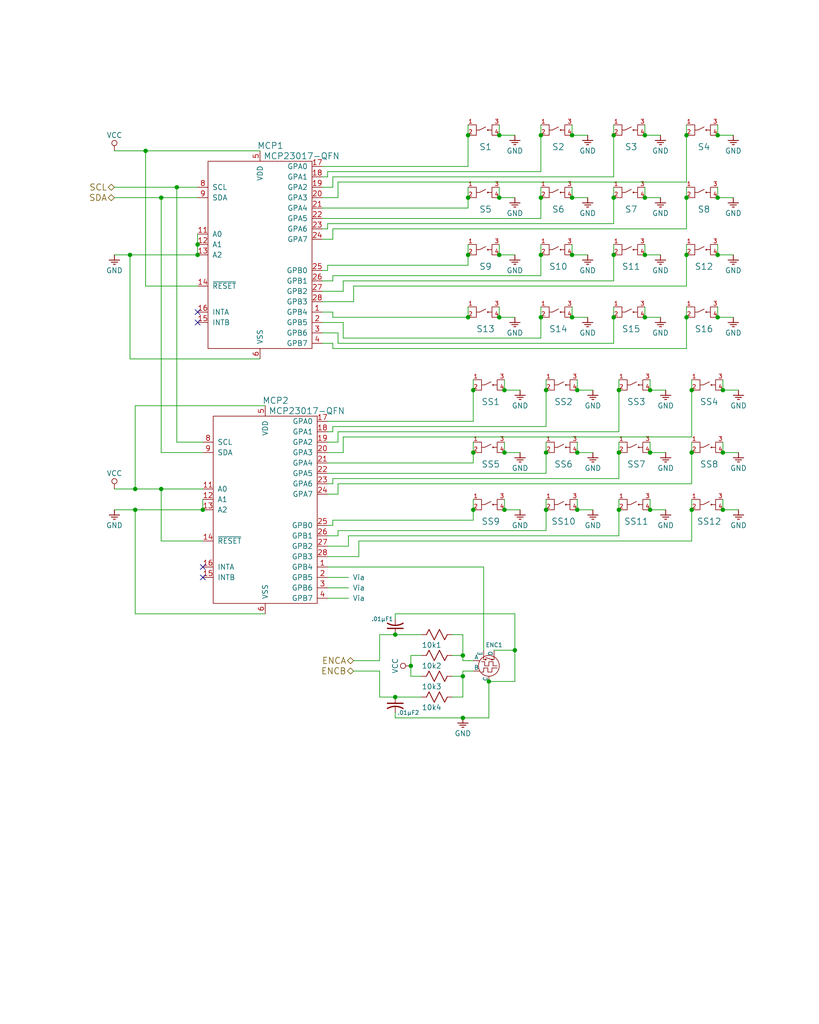
<source format=kicad_sch>
(kicad_sch (version 20230121) (generator eeschema)
  (paper "User" 200 250.012)
  (lib_symbols
    (symbol "ZettaOhm:Cap" (pin_numbers hide) (pin_names (offset 0.254) hide)
      (property "Reference" "C" (at 0.508 -1.27 0))
      (symbol "Cap_0_1"
        (rectangle (start -1.905 1.016) (end 1.905 1.016) (stroke (width 0.3048)))
        (arc (start 1.905 -0.254) (mid 0 0.2737) (end -1.905 -0.254) (stroke (width 0.3048)))
      )
      (symbol "Cap_1_1"
        (pin passive line (at 0 2.54 270) (length 1.397) (name "~") (number "1"))
        (pin passive line (at 0 -1.27 90) (length 1.4986) (name "~") (number "2"))
      )
    )
    (symbol "ZettaOhm:DPST_Switch" (pin_names (offset 1.016))
      (property "Reference" "U" (at 0.4572 -4.1148 0))
      (property "Value" "DPST_Switch" (at 0.8128 4.6736 0))
      (symbol "DPST_Switch_0_1"
        (polyline (pts (xy -1.778 0) (xy -1.016 0)) (stroke (width 0.1524)))
        (polyline (pts (xy -1.016 0) (xy 0.508 0.762)) (stroke (width 0.1524)))
        (polyline (pts (xy 2.032 0) (xy 1.143 0)) (stroke (width 0.1524)))
        (polyline (pts (xy -2.54 1.27) (xy -1.778 1.27) (xy -1.778 -1.27) (xy -2.54 -1.27)) (stroke (width 0.1524)))
        (polyline (pts (xy 2.54 1.27) (xy 2.032 1.27) (xy 2.032 -1.27) (xy 2.54 -1.27)) (stroke (width 0.1524)))
        (circle (center 1.016 0) (radius 0.127) (stroke (width 0.1524)))
      )
      (symbol "DPST_Switch_1_1"
        (pin passive line (at -3.81 1.27 0) (length 1.1938) (name "~") (number "1"))
        (pin passive line (at -3.81 -1.27 0) (length 1.1938) (name "~") (number "2"))
        (pin passive line (at 3.81 1.27 180) (length 1.1938) (name "~") (number "3"))
        (pin passive line (at 3.81 -1.27 180) (length 1.1938) (name "~") (number "4"))
      )
    )
    (symbol "ZettaOhm:GND" (power) (pin_names (offset 0))
      (property "Value" "GND" (at 0 -3.81 0))
      (symbol "GND_0_1"
        (rectangle (start -1.27 -1.27) (end 0 -1.27) (stroke (width 0.2032)))
        (rectangle (start 0 -2.286) (end -0.254 -2.286) (stroke (width 0.2032)))
        (rectangle (start 0 -2.286) (end 0.254 -2.286) (stroke (width 0.2032)))
        (rectangle (start 0 -1.778) (end -0.762 -1.778) (stroke (width 0.2032)))
        (rectangle (start 0 -1.778) (end 0.762 -1.778) (stroke (width 0.2032)))
        (rectangle (start 0 0) (end 0 -1.27) (stroke (width 0.2032)))
        (rectangle (start 1.27 -1.27) (end 0 -1.27) (stroke (width 0.2032)))
      )
      (symbol "GND_1_1"
        (pin power_in line (at 0 0 270) (length 0) hide (name "GND") (number "1"))
      )
    )
    (symbol "ZettaOhm:Inline_Via" (pin_names (offset 1.016))
      (symbol "Inline_Via_1_1"
        (pin input line (at 0 0 180) (length 0) (name "Via") (number "~"))
      )
    )
    (symbol "ZettaOhm:Resistor" (pin_numbers hide) (pin_names (offset 0))
      (property "Reference" "R" (at 2.54 -1.27 90))
      (symbol "Resistor_0_1"
        (polyline (pts (xy 0 2.54) (xy 1.27 1.905) (xy -1.27 0.635) (xy 1.27 -0.635) (xy -1.27 -1.905) (xy 0 -2.54)) (stroke (width 0.2032)))
      )
      (symbol "Resistor_1_1"
        (pin passive line (at 0 3.81 270) (length 1.27) (name "~") (number "1"))
        (pin passive line (at 0 -3.81 90) (length 1.27) (name "~") (number "2"))
      )
    )
    (symbol "afx-01-rescue:Encoder_switch" (pin_numbers hide) (pin_names (offset 0))
      (property "Reference" "E" (at 0.254 6.35 0))
      (property "Value" "Encoder_switch" (at -0.762 4.699 0))
      (symbol "Encoder_switch_0_1"
        (circle (center -0.762 1.524) (radius 0.127))
        (polyline (pts (xy -0.762 1.524) (xy 0.762 2.032)))
        (polyline (pts (xy -1.27 2.159) (xy -1.27 1.524) (xy -0.762 1.524)))
        (polyline (pts (xy 0.762 1.524) (xy 1.27 1.524) (xy 1.27 2.159)))
        (polyline (pts (xy -2.032 -0.508) (xy -0.762 -0.508) (xy -0.762 -1.524) (xy 0.254 -1.524) (xy 0.254 -0.508) (xy 1.27 -0.508) (xy 1.27 -1.524) (xy 1.778 -1.524)))
        (polyline (pts (xy -2.032 0) (xy -1.016 0) (xy -1.016 1.016) (xy 0 1.016) (xy 0 0) (xy 1.016 0) (xy 1.016 1.016) (xy 1.778 1.016)))
        (circle (center 0 0) (radius 2.54))
        (circle (center 0.762 1.524) (radius 0.127))
      )
      (symbol "Encoder_switch_1_1"
        (pin passive line (at 3.81 1.27 180) (length 1.5494) (name "A") (number "1"))
        (pin input line (at 0 -3.81 90) (length 1.27) (name "C") (number "2"))
        (pin passive line (at 3.81 -1.27 180) (length 1.5494) (name "B") (number "3"))
        (pin passive line (at 1.27 3.81 270) (length 1.5494) (name "E") (number "4"))
        (pin passive line (at -1.27 3.81 270) (length 1.5494) (name "D") (number "5"))
      )
    )
    (symbol "afx-01-rescue:MCP23017-QFN" (pin_names (offset 1.016))
      (property "Reference" "U" (at 2.54 26.67 0))
      (property "Value" "MCP23017-QFN" (at 10.16 24.13 0))
      (symbol "MCP23017-QFN_0_1"
        (rectangle (start -12.7 22.86) (end 12.7 -22.86))
      )
      (symbol "MCP23017-QFN_1_1"
        (pin input line (at 15.24 -13.97 180) (length 2.54) (name "GPB4") (number "1"))
        (pin input line (at -15.24 5.08 0) (length 2.54) (name "A0") (number "11"))
        (pin input line (at -15.24 2.54 0) (length 2.54) (name "A1") (number "12"))
        (pin input line (at -15.24 0 0) (length 2.54) (name "A2") (number "13"))
        (pin input line (at -15.24 -7.62 0) (length 2.54) (name "~{RESET}") (number "14"))
        (pin input line (at -15.24 -16.51 0) (length 2.54) (name "INTB") (number "15"))
        (pin input line (at -15.24 -13.97 0) (length 2.54) (name "INTA") (number "16"))
        (pin input line (at 15.24 21.59 180) (length 2.54) (name "GPA0") (number "17"))
        (pin input line (at 15.24 19.05 180) (length 2.54) (name "GPA1") (number "18"))
        (pin input line (at 15.24 16.51 180) (length 2.54) (name "GPA2") (number "19"))
        (pin input line (at 15.24 -16.51 180) (length 2.54) (name "GPB5") (number "2"))
        (pin input line (at 15.24 13.97 180) (length 2.54) (name "GPA3") (number "20"))
        (pin input line (at 15.24 11.43 180) (length 2.54) (name "GPA4") (number "21"))
        (pin input line (at 15.24 8.89 180) (length 2.54) (name "GPA5") (number "22"))
        (pin input line (at 15.24 6.35 180) (length 2.54) (name "GPA6") (number "23"))
        (pin input line (at 15.24 3.81 180) (length 2.54) (name "GPA7") (number "24"))
        (pin input line (at 15.24 -3.81 180) (length 2.54) (name "GPB0") (number "25"))
        (pin input line (at 15.24 -6.35 180) (length 2.54) (name "GPB1") (number "26"))
        (pin input line (at 15.24 -8.89 180) (length 2.54) (name "GPB2") (number "27"))
        (pin input line (at 15.24 -11.43 180) (length 2.54) (name "GPB3") (number "28"))
        (pin input line (at 15.24 -19.05 180) (length 2.54) (name "GPB6") (number "3"))
        (pin input line (at 15.24 -21.59 180) (length 2.54) (name "GPB7") (number "4"))
        (pin passive line (at 0 25.4 270) (length 2.54) (name "VDD") (number "5"))
        (pin passive line (at 0 -25.4 90) (length 2.54) (name "VSS") (number "6"))
        (pin input line (at -15.24 16.51 0) (length 2.54) (name "SCL") (number "8"))
        (pin input line (at -15.24 13.97 0) (length 2.54) (name "SDA") (number "9"))
      )
    )
    (symbol "afx-01-rescue:VCC" (power) (pin_names (offset 0))
      (property "Value" "VCC" (at 0 3.81 0))
      (symbol "VCC_0_1"
        (polyline (pts (xy 0 0) (xy 0 1.27)))
        (circle (center 0 1.905) (radius 0.635))
      )
      (symbol "VCC_1_1"
        (pin power_in line (at 0 0 90) (length 0) hide (name "VCC") (number "1"))
      )
    )
  )
  (junction (at 176.53 95.25))
  (junction (at 140.97 110.49))
  (junction (at 119.38 166.37))
  (junction (at 168.91 95.25))
  (junction (at 100.33 162.56))
  (junction (at 115.57 110.49))
  (junction (at 48.26 62.23))
  (junction (at 157.48 77.47))
  (junction (at 114.3 48.26))
  (junction (at 175.26 62.23))
  (junction (at 96.52 170.18))
  (junction (at 176.53 110.49))
  (junction (at 167.64 62.23))
  (junction (at 113.03 165.1))
  (junction (at 48.26 59.69))
  (junction (at 149.86 62.23))
  (junction (at 114.3 62.23))
  (junction (at 139.7 48.26))
  (junction (at 175.26 48.26))
  (junction (at 33.02 124.46))
  (junction (at 167.64 33.02))
  (junction (at 167.64 77.47))
  (junction (at 123.19 95.25))
  (junction (at 39.37 119.38))
  (junction (at 157.48 62.23))
  (junction (at 168.91 110.49))
  (junction (at 157.48 48.26))
  (junction (at 149.86 33.02))
  (junction (at 132.08 48.26))
  (junction (at 121.92 62.23))
  (junction (at 167.64 48.26))
  (junction (at 139.7 77.47))
  (junction (at 140.97 124.46))
  (junction (at 158.75 95.25))
  (junction (at 149.86 77.47))
  (junction (at 149.86 48.26))
  (junction (at 133.35 124.46))
  (junction (at 115.57 95.25))
  (junction (at 33.02 119.38))
  (junction (at 158.75 124.46))
  (junction (at 43.18 45.72))
  (junction (at 125.73 158.75))
  (junction (at 123.19 110.49))
  (junction (at 132.08 77.47))
  (junction (at 139.7 33.02))
  (junction (at 31.75 62.23))
  (junction (at 151.13 95.25))
  (junction (at 132.08 33.02))
  (junction (at 121.92 33.02))
  (junction (at 115.57 124.46))
  (junction (at 113.03 175.26))
  (junction (at 139.7 62.23))
  (junction (at 123.19 124.46))
  (junction (at 114.3 77.47))
  (junction (at 175.26 77.47))
  (junction (at 157.48 33.02))
  (junction (at 158.75 110.49))
  (junction (at 151.13 110.49))
  (junction (at 168.91 124.46))
  (junction (at 133.35 110.49))
  (junction (at 114.3 33.02))
  (junction (at 121.92 77.47))
  (junction (at 35.56 36.83))
  (junction (at 49.53 124.46))
  (junction (at 39.37 48.26))
  (junction (at 140.97 95.25))
  (junction (at 96.52 154.94))
  (junction (at 132.08 62.23))
  (junction (at 176.53 124.46))
  (junction (at 121.92 48.26))
  (junction (at 113.03 160.02))
  (junction (at 133.35 95.25))
  (junction (at 175.26 33.02))
  (junction (at 151.13 124.46))
  (no_connect (at 48.26 78.74))
  (no_connect (at 49.53 140.97))
  (no_connect (at 48.26 76.2))
  (no_connect (at 49.53 138.43))
  (wire (pts (xy 149.86 59.69) (xy 149.86 62.23)))
  (wire (pts (xy 100.33 162.56) (xy 100.33 165.1)))
  (wire (pts (xy 114.3 48.26) (xy 114.3 50.8)))
  (wire (pts (xy 123.19 92.71) (xy 123.19 95.25)))
  (wire (pts (xy 140.97 107.95) (xy 140.97 110.49)))
  (wire (pts (xy 115.57 107.95) (xy 115.57 110.49)))
  (wire (pts (xy 151.13 110.49) (xy 151.13 116.84)))
  (wire (pts (xy 81.28 116.84) (xy 81.28 118.11)))
  (wire (pts (xy 149.86 68.58) (xy 83.82 68.58)))
  (wire (pts (xy 82.55 130.81) (xy 82.55 129.54)))
  (wire (pts (xy 175.26 77.47) (xy 179.07 77.47)))
  (wire (pts (xy 132.08 48.26) (xy 132.08 53.34)))
  (wire (pts (xy 114.3 77.47) (xy 81.28 77.47)))
  (wire (pts (xy 133.35 92.71) (xy 133.35 95.25)))
  (wire (pts (xy 83.82 82.55) (xy 83.82 78.74)))
  (wire (pts (xy 133.35 129.54) (xy 82.55 129.54)))
  (wire (pts (xy 80.01 110.49) (xy 83.82 110.49)))
  (wire (pts (xy 81.28 83.82) (xy 78.74 83.82)))
  (wire (pts (xy 80.01 128.27) (xy 81.28 128.27)))
  (wire (pts (xy 139.7 48.26) (xy 143.51 48.26)))
  (wire (pts (xy 157.48 59.69) (xy 157.48 62.23)))
  (wire (pts (xy 149.86 77.47) (xy 149.86 83.82)))
  (wire (pts (xy 83.82 78.74) (xy 78.74 78.74)))
  (wire (pts (xy 176.53 124.46) (xy 180.34 124.46)))
  (wire (pts (xy 96.52 173.99) (xy 96.52 175.26)))
  (wire (pts (xy 86.36 69.85) (xy 86.36 73.66)))
  (wire (pts (xy 114.3 33.02) (xy 114.3 40.64)))
  (wire (pts (xy 48.26 62.23) (xy 48.26 59.69)))
  (wire (pts (xy 113.03 165.1) (xy 110.49 165.1)))
  (wire (pts (xy 31.75 87.63) (xy 31.75 62.23)))
  (wire (pts (xy 151.13 95.25) (xy 151.13 105.41)))
  (wire (pts (xy 100.33 165.1) (xy 102.87 165.1)))
  (wire (pts (xy 132.08 33.02) (xy 132.08 41.91)))
  (wire (pts (xy 110.49 160.02) (xy 113.03 160.02)))
  (wire (pts (xy 139.7 77.47) (xy 143.51 77.47)))
  (wire (pts (xy 80.01 54.61) (xy 80.01 55.88)))
  (wire (pts (xy 33.02 124.46) (xy 49.53 124.46)))
  (wire (pts (xy 151.13 116.84) (xy 81.28 116.84)))
  (wire (pts (xy 149.86 74.93) (xy 149.86 77.47)))
  (wire (pts (xy 133.35 110.49) (xy 133.35 115.57)))
  (wire (pts (xy 96.52 170.18) (xy 102.87 170.18)))
  (wire (pts (xy 27.94 45.72) (xy 43.18 45.72)))
  (wire (pts (xy 118.11 158.75) (xy 118.11 138.43)))
  (wire (pts (xy 157.48 62.23) (xy 161.29 62.23)))
  (wire (pts (xy 158.75 124.46) (xy 162.56 124.46)))
  (wire (pts (xy 31.75 62.23) (xy 48.26 62.23)))
  (wire (pts (xy 140.97 124.46) (xy 144.78 124.46)))
  (wire (pts (xy 151.13 124.46) (xy 151.13 130.81)))
  (wire (pts (xy 140.97 121.92) (xy 140.97 124.46)))
  (wire (pts (xy 114.3 50.8) (xy 78.74 50.8)))
  (wire (pts (xy 168.91 107.95) (xy 168.91 110.49)))
  (wire (pts (xy 92.71 161.29) (xy 86.36 161.29)))
  (wire (pts (xy 151.13 92.71) (xy 151.13 95.25)))
  (wire (pts (xy 82.55 83.82) (xy 82.55 81.28)))
  (wire (pts (xy 119.38 166.37) (xy 119.38 175.26)))
  (wire (pts (xy 113.03 154.94) (xy 110.49 154.94)))
  (wire (pts (xy 132.08 41.91) (xy 80.01 41.91)))
  (wire (pts (xy 158.75 107.95) (xy 158.75 110.49)))
  (wire (pts (xy 132.08 82.55) (xy 83.82 82.55)))
  (wire (pts (xy 115.57 95.25) (xy 115.57 102.87)))
  (wire (pts (xy 114.3 64.77) (xy 80.01 64.77)))
  (wire (pts (xy 113.03 175.26) (xy 96.52 175.26)))
  (wire (pts (xy 132.08 77.47) (xy 132.08 82.55)))
  (wire (pts (xy 168.91 110.49) (xy 168.91 118.11)))
  (wire (pts (xy 168.91 132.08) (xy 87.63 132.08)))
  (wire (pts (xy 27.94 119.38) (xy 33.02 119.38)))
  (wire (pts (xy 49.53 110.49) (xy 39.37 110.49)))
  (wire (pts (xy 125.73 166.37) (xy 119.38 166.37)))
  (wire (pts (xy 80.01 55.88) (xy 78.74 55.88)))
  (wire (pts (xy 175.26 48.26) (xy 179.07 48.26)))
  (wire (pts (xy 96.52 149.86) (xy 125.73 149.86)))
  (wire (pts (xy 83.82 110.49) (xy 83.82 106.68)))
  (wire (pts (xy 39.37 119.38) (xy 49.53 119.38)))
  (wire (pts (xy 35.56 69.85) (xy 35.56 36.83)))
  (wire (pts (xy 133.35 104.14) (xy 81.28 104.14)))
  (wire (pts (xy 158.75 110.49) (xy 162.56 110.49)))
  (wire (pts (xy 168.91 106.68) (xy 83.82 106.68)))
  (wire (pts (xy 81.28 58.42) (xy 78.74 58.42)))
  (wire (pts (xy 115.57 121.92) (xy 115.57 124.46)))
  (wire (pts (xy 82.55 120.65) (xy 82.55 118.11)))
  (wire (pts (xy 80.01 143.51) (xy 85.09 143.51)))
  (wire (pts (xy 115.57 163.83) (xy 113.03 163.83)))
  (wire (pts (xy 113.03 163.83) (xy 113.03 165.1)))
  (wire (pts (xy 114.3 74.93) (xy 114.3 77.47)))
  (wire (pts (xy 85.09 146.05) (xy 80.01 146.05)))
  (wire (pts (xy 132.08 67.31) (xy 81.28 67.31)))
  (wire (pts (xy 176.53 121.92) (xy 176.53 124.46)))
  (wire (pts (xy 33.02 99.06) (xy 33.02 119.38)))
  (wire (pts (xy 85.09 133.35) (xy 85.09 130.81)))
  (wire (pts (xy 39.37 132.08) (xy 39.37 119.38)))
  (wire (pts (xy 115.57 127) (xy 81.28 127)))
  (wire (pts (xy 115.57 113.03) (xy 80.01 113.03)))
  (wire (pts (xy 114.3 40.64) (xy 78.74 40.64)))
  (wire (pts (xy 92.71 170.18) (xy 92.71 163.83)))
  (wire (pts (xy 82.55 48.26) (xy 78.74 48.26)))
  (wire (pts (xy 121.92 48.26) (xy 125.73 48.26)))
  (wire (pts (xy 175.26 74.93) (xy 175.26 77.47)))
  (wire (pts (xy 167.64 62.23) (xy 167.64 69.85)))
  (wire (pts (xy 175.26 30.48) (xy 175.26 33.02)))
  (wire (pts (xy 80.01 41.91) (xy 80.01 43.18)))
  (wire (pts (xy 149.86 43.18) (xy 81.28 43.18)))
  (wire (pts (xy 167.64 85.09) (xy 81.28 85.09)))
  (wire (pts (xy 123.19 124.46) (xy 127 124.46)))
  (wire (pts (xy 119.38 175.26) (xy 113.03 175.26)))
  (wire (pts (xy 82.55 81.28) (xy 78.74 81.28)))
  (wire (pts (xy 157.48 48.26) (xy 161.29 48.26)))
  (wire (pts (xy 114.3 45.72) (xy 114.3 48.26)))
  (wire (pts (xy 49.53 124.46) (xy 49.53 121.92)))
  (wire (pts (xy 121.92 77.47) (xy 125.73 77.47)))
  (wire (pts (xy 175.26 33.02) (xy 179.07 33.02)))
  (wire (pts (xy 133.35 107.95) (xy 133.35 110.49)))
  (wire (pts (xy 149.86 45.72) (xy 149.86 48.26)))
  (wire (pts (xy 86.36 73.66) (xy 78.74 73.66)))
  (wire (pts (xy 151.13 105.41) (xy 82.55 105.41)))
  (wire (pts (xy 92.71 163.83) (xy 86.36 163.83)))
  (wire (pts (xy 121.92 59.69) (xy 121.92 62.23)))
  (wire (pts (xy 87.63 135.89) (xy 87.63 132.08)))
  (wire (pts (xy 157.48 77.47) (xy 161.29 77.47)))
  (wire (pts (xy 132.08 62.23) (xy 132.08 67.31)))
  (wire (pts (xy 33.02 119.38) (xy 39.37 119.38)))
  (wire (pts (xy 157.48 45.72) (xy 157.48 48.26)))
  (wire (pts (xy 149.86 83.82) (xy 82.55 83.82)))
  (wire (pts (xy 81.28 118.11) (xy 80.01 118.11)))
  (wire (pts (xy 81.28 77.47) (xy 81.28 76.2)))
  (wire (pts (xy 175.26 45.72) (xy 175.26 48.26)))
  (wire (pts (xy 121.92 45.72) (xy 121.92 48.26)))
  (wire (pts (xy 167.64 45.72) (xy 167.64 48.26)))
  (wire (pts (xy 96.52 154.94) (xy 102.87 154.94)))
  (wire (pts (xy 39.37 48.26) (xy 48.26 48.26)))
  (wire (pts (xy 168.91 118.11) (xy 82.55 118.11)))
  (wire (pts (xy 81.28 128.27) (xy 81.28 127)))
  (wire (pts (xy 82.55 44.45) (xy 82.55 48.26)))
  (wire (pts (xy 149.86 54.61) (xy 80.01 54.61)))
  (wire (pts (xy 132.08 53.34) (xy 78.74 53.34)))
  (wire (pts (xy 176.53 95.25) (xy 180.34 95.25)))
  (wire (pts (xy 167.64 74.93) (xy 167.64 77.47)))
  (wire (pts (xy 125.73 149.86) (xy 125.73 158.75)))
  (wire (pts (xy 123.19 110.49) (xy 127 110.49)))
  (wire (pts (xy 118.11 138.43) (xy 80.01 138.43)))
  (wire (pts (xy 132.08 45.72) (xy 132.08 48.26)))
  (wire (pts (xy 175.26 59.69) (xy 175.26 62.23)))
  (wire (pts (xy 80.01 133.35) (xy 85.09 133.35)))
  (wire (pts (xy 49.53 132.08) (xy 39.37 132.08)))
  (wire (pts (xy 167.64 59.69) (xy 167.64 62.23)))
  (wire (pts (xy 167.64 33.02) (xy 167.64 44.45)))
  (wire (pts (xy 96.52 151.13) (xy 96.52 149.86)))
  (wire (pts (xy 139.7 45.72) (xy 139.7 48.26)))
  (wire (pts (xy 115.57 124.46) (xy 115.57 127)))
  (wire (pts (xy 168.91 95.25) (xy 168.91 106.68)))
  (wire (pts (xy 151.13 130.81) (xy 85.09 130.81)))
  (wire (pts (xy 168.91 121.92) (xy 168.91 124.46)))
  (wire (pts (xy 125.73 158.75) (xy 125.73 166.37)))
  (wire (pts (xy 133.35 121.92) (xy 133.35 124.46)))
  (wire (pts (xy 132.08 30.48) (xy 132.08 33.02)))
  (wire (pts (xy 132.08 59.69) (xy 132.08 62.23)))
  (wire (pts (xy 49.53 107.95) (xy 43.18 107.95)))
  (wire (pts (xy 121.92 62.23) (xy 125.73 62.23)))
  (wire (pts (xy 113.03 170.18) (xy 110.49 170.18)))
  (wire (pts (xy 167.64 48.26) (xy 167.64 55.88)))
  (wire (pts (xy 80.01 135.89) (xy 87.63 135.89)))
  (wire (pts (xy 82.55 107.95) (xy 82.55 105.41)))
  (wire (pts (xy 81.28 55.88) (xy 81.28 58.42)))
  (wire (pts (xy 114.3 30.48) (xy 114.3 33.02)))
  (wire (pts (xy 92.71 170.18) (xy 96.52 170.18)))
  (wire (pts (xy 176.53 92.71) (xy 176.53 95.25)))
  (wire (pts (xy 33.02 149.86) (xy 33.02 124.46)))
  (wire (pts (xy 167.64 69.85) (xy 86.36 69.85)))
  (wire (pts (xy 81.28 43.18) (xy 81.28 45.72)))
  (wire (pts (xy 121.92 30.48) (xy 121.92 33.02)))
  (wire (pts (xy 81.28 68.58) (xy 78.74 68.58)))
  (wire (pts (xy 167.64 55.88) (xy 81.28 55.88)))
  (wire (pts (xy 139.7 33.02) (xy 143.51 33.02)))
  (wire (pts (xy 43.18 107.95) (xy 43.18 45.72)))
  (wire (pts (xy 176.53 110.49) (xy 180.34 110.49)))
  (wire (pts (xy 167.64 30.48) (xy 167.64 33.02)))
  (wire (pts (xy 158.75 92.71) (xy 158.75 95.25)))
  (wire (pts (xy 92.71 154.94) (xy 96.52 154.94)))
  (wire (pts (xy 151.13 121.92) (xy 151.13 124.46)))
  (wire (pts (xy 81.28 76.2) (xy 78.74 76.2)))
  (wire (pts (xy 80.01 43.18) (xy 78.74 43.18)))
  (wire (pts (xy 92.71 154.94) (xy 92.71 161.29)))
  (wire (pts (xy 63.5 87.63) (xy 31.75 87.63)))
  (wire (pts (xy 27.94 36.83) (xy 35.56 36.83)))
  (wire (pts (xy 27.94 48.26) (xy 39.37 48.26)))
  (wire (pts (xy 149.86 48.26) (xy 149.86 54.61)))
  (wire (pts (xy 80.01 107.95) (xy 82.55 107.95)))
  (wire (pts (xy 35.56 36.83) (xy 63.5 36.83)))
  (wire (pts (xy 80.01 130.81) (xy 82.55 130.81)))
  (wire (pts (xy 115.57 110.49) (xy 115.57 113.03)))
  (wire (pts (xy 167.64 44.45) (xy 82.55 44.45)))
  (wire (pts (xy 39.37 110.49) (xy 39.37 48.26)))
  (wire (pts (xy 48.26 69.85) (xy 35.56 69.85)))
  (wire (pts (xy 121.92 33.02) (xy 125.73 33.02)))
  (wire (pts (xy 175.26 62.23) (xy 179.07 62.23)))
  (wire (pts (xy 139.7 62.23) (xy 143.51 62.23)))
  (wire (pts (xy 167.64 77.47) (xy 167.64 85.09)))
  (wire (pts (xy 133.35 124.46) (xy 133.35 129.54)))
  (wire (pts (xy 81.28 104.14) (xy 81.28 105.41)))
  (wire (pts (xy 121.92 74.93) (xy 121.92 77.47)))
  (wire (pts (xy 100.33 160.02) (xy 100.33 162.56)))
  (wire (pts (xy 27.94 124.46) (xy 33.02 124.46)))
  (wire (pts (xy 81.28 105.41) (xy 80.01 105.41)))
  (wire (pts (xy 80.01 120.65) (xy 82.55 120.65)))
  (wire (pts (xy 140.97 95.25) (xy 144.78 95.25)))
  (wire (pts (xy 80.01 140.97) (xy 85.09 140.97)))
  (wire (pts (xy 43.18 45.72) (xy 48.26 45.72)))
  (wire (pts (xy 149.86 30.48) (xy 149.86 33.02)))
  (wire (pts (xy 113.03 160.02) (xy 113.03 161.29)))
  (wire (pts (xy 157.48 30.48) (xy 157.48 33.02)))
  (wire (pts (xy 113.03 165.1) (xy 113.03 170.18)))
  (wire (pts (xy 149.86 33.02) (xy 149.86 43.18)))
  (wire (pts (xy 132.08 74.93) (xy 132.08 77.47)))
  (wire (pts (xy 123.19 121.92) (xy 123.19 124.46)))
  (wire (pts (xy 139.7 59.69) (xy 139.7 62.23)))
  (wire (pts (xy 149.86 62.23) (xy 149.86 68.58)))
  (wire (pts (xy 157.48 74.93) (xy 157.48 77.47)))
  (wire (pts (xy 113.03 161.29) (xy 115.57 161.29)))
  (wire (pts (xy 114.3 62.23) (xy 114.3 64.77)))
  (wire (pts (xy 64.77 149.86) (xy 33.02 149.86)))
  (wire (pts (xy 102.87 160.02) (xy 100.33 160.02)))
  (wire (pts (xy 115.57 102.87) (xy 80.01 102.87)))
  (wire (pts (xy 27.94 62.23) (xy 31.75 62.23)))
  (wire (pts (xy 139.7 30.48) (xy 139.7 33.02)))
  (wire (pts (xy 157.48 33.02) (xy 161.29 33.02)))
  (wire (pts (xy 80.01 66.04) (xy 78.74 66.04)))
  (wire (pts (xy 133.35 95.25) (xy 133.35 104.14)))
  (wire (pts (xy 64.77 99.06) (xy 33.02 99.06)))
  (wire (pts (xy 176.53 107.95) (xy 176.53 110.49)))
  (wire (pts (xy 158.75 95.25) (xy 162.56 95.25)))
  (wire (pts (xy 80.01 64.77) (xy 80.01 66.04)))
  (wire (pts (xy 133.35 115.57) (xy 80.01 115.57)))
  (wire (pts (xy 168.91 124.46) (xy 168.91 132.08)))
  (wire (pts (xy 81.28 67.31) (xy 81.28 68.58)))
  (wire (pts (xy 120.65 158.75) (xy 125.73 158.75)))
  (wire (pts (xy 140.97 110.49) (xy 144.78 110.49)))
  (wire (pts (xy 83.82 68.58) (xy 83.82 71.12)))
  (wire (pts (xy 168.91 92.71) (xy 168.91 95.25)))
  (wire (pts (xy 158.75 121.92) (xy 158.75 124.46)))
  (wire (pts (xy 151.13 107.95) (xy 151.13 110.49)))
  (wire (pts (xy 81.28 45.72) (xy 78.74 45.72)))
  (wire (pts (xy 114.3 59.69) (xy 114.3 62.23)))
  (wire (pts (xy 139.7 74.93) (xy 139.7 77.47)))
  (wire (pts (xy 123.19 95.25) (xy 127 95.25)))
  (wire (pts (xy 113.03 154.94) (xy 113.03 160.02)))
  (wire (pts (xy 140.97 92.71) (xy 140.97 95.25)))
  (wire (pts (xy 48.26 59.69) (xy 48.26 57.15)))
  (wire (pts (xy 81.28 85.09) (xy 81.28 83.82)))
  (wire (pts (xy 83.82 71.12) (xy 78.74 71.12)))
  (wire (pts (xy 123.19 107.95) (xy 123.19 110.49)))
  (wire (pts (xy 115.57 92.71) (xy 115.57 95.25)))
  (hierarchical_label "SCL" (shape bidirectional) (at 27.94 45.72 180) (effects (font (size 1.524 1.524))))
  (hierarchical_label "ENCA" (shape bidirectional) (at 86.36 161.29 180) (effects (font (size 1.524 1.524))))
  (hierarchical_label "ENCB" (shape bidirectional) (at 86.36 163.83 180) (effects (font (size 1.524 1.524))))
  (hierarchical_label "SDA" (shape bidirectional) (at 27.94 48.26 180) (effects (font (size 1.524 1.524))))
  (symbol (lib_id "afx-01-rescue:MCP23017-QFN") (at 63.5 62.23 0) (unit 1)
    (property "Reference" "MCP1" (at 66.04 35.56 0) (effects (font (size 1.524 1.524))))
    (property "Value" "MCP23017-QFN" (at 73.66 38.1 0) (effects (font (size 1.524 1.524))))
  )
  (symbol (lib_id "ZettaOhm:DPST_Switch") (at 118.11 31.75 0) (unit 1)
    (property "Reference" "S1" (at 118.5672 35.8648 0) (effects (font (size 1.524 1.524))))
    (property "Value" "DPST_Switch" (effects hide))
  )
  (symbol (lib_id "ZettaOhm:GND") (at 125.73 33.02 0) (unit 1)
    (property "Reference" "#PWR032" (effects hide))
    (property "Value" "GND" (at 125.73 36.83 0))
  )
  (symbol (lib_id "ZettaOhm:DPST_Switch") (at 135.89 31.75 0) (unit 1)
    (property "Reference" "S2" (at 136.3472 35.8648 0) (effects (font (size 1.524 1.524))))
    (property "Value" "DPST_Switch" (effects hide))
  )
  (symbol (lib_id "ZettaOhm:GND") (at 143.51 33.02 0) (unit 1)
    (property "Reference" "#PWR033" (effects hide))
    (property "Value" "GND" (at 143.51 36.83 0))
  )
  (symbol (lib_id "ZettaOhm:DPST_Switch") (at 153.67 31.75 0) (unit 1)
    (property "Reference" "S3" (at 154.1272 35.8648 0) (effects (font (size 1.524 1.524))))
    (property "Value" "DPST_Switch" (effects hide))
  )
  (symbol (lib_id "ZettaOhm:GND") (at 161.29 33.02 0) (unit 1)
    (property "Reference" "#PWR034" (effects hide))
    (property "Value" "GND" (at 161.29 36.83 0))
  )
  (symbol (lib_id "ZettaOhm:DPST_Switch") (at 171.45 31.75 0) (unit 1)
    (property "Reference" "S4" (at 171.9072 35.8648 0) (effects (font (size 1.524 1.524))))
    (property "Value" "DPST_Switch" (effects hide))
  )
  (symbol (lib_id "ZettaOhm:GND") (at 179.07 33.02 0) (unit 1)
    (property "Reference" "#PWR035" (effects hide))
    (property "Value" "GND" (at 179.07 36.83 0))
  )
  (symbol (lib_id "ZettaOhm:DPST_Switch") (at 118.11 46.99 0) (unit 1)
    (property "Reference" "S5" (at 118.5672 51.1048 0) (effects (font (size 1.524 1.524))))
    (property "Value" "DPST_Switch" (effects hide))
  )
  (symbol (lib_id "ZettaOhm:GND") (at 125.73 48.26 0) (unit 1)
    (property "Reference" "#PWR036" (effects hide))
    (property "Value" "GND" (at 125.73 52.07 0))
  )
  (symbol (lib_id "ZettaOhm:DPST_Switch") (at 135.89 46.99 0) (unit 1)
    (property "Reference" "S6" (at 136.3472 51.1048 0) (effects (font (size 1.524 1.524))))
    (property "Value" "DPST_Switch" (effects hide))
  )
  (symbol (lib_id "ZettaOhm:GND") (at 143.51 48.26 0) (unit 1)
    (property "Reference" "#PWR037" (effects hide))
    (property "Value" "GND" (at 143.51 52.07 0))
  )
  (symbol (lib_id "ZettaOhm:DPST_Switch") (at 153.67 46.99 0) (unit 1)
    (property "Reference" "S7" (at 154.1272 51.1048 0) (effects (font (size 1.524 1.524))))
    (property "Value" "DPST_Switch" (effects hide))
  )
  (symbol (lib_id "ZettaOhm:GND") (at 161.29 48.26 0) (unit 1)
    (property "Reference" "#PWR038" (effects hide))
    (property "Value" "GND" (at 161.29 52.07 0))
  )
  (symbol (lib_id "ZettaOhm:DPST_Switch") (at 171.45 46.99 0) (unit 1)
    (property "Reference" "S8" (at 171.9072 51.1048 0) (effects (font (size 1.524 1.524))))
    (property "Value" "DPST_Switch" (effects hide))
  )
  (symbol (lib_id "ZettaOhm:GND") (at 179.07 48.26 0) (unit 1)
    (property "Reference" "#PWR039" (effects hide))
    (property "Value" "GND" (at 179.07 52.07 0))
  )
  (symbol (lib_id "ZettaOhm:DPST_Switch") (at 118.11 60.96 0) (unit 1)
    (property "Reference" "S9" (at 118.5672 65.0748 0) (effects (font (size 1.524 1.524))))
    (property "Value" "DPST_Switch" (effects hide))
  )
  (symbol (lib_id "ZettaOhm:GND") (at 125.73 62.23 0) (unit 1)
    (property "Reference" "#PWR040" (effects hide))
    (property "Value" "GND" (at 125.73 66.04 0))
  )
  (symbol (lib_id "ZettaOhm:DPST_Switch") (at 135.89 60.96 0) (unit 1)
    (property "Reference" "S10" (at 136.3472 65.0748 0) (effects (font (size 1.524 1.524))))
    (property "Value" "DPST_Switch" (effects hide))
  )
  (symbol (lib_id "ZettaOhm:GND") (at 143.51 62.23 0) (unit 1)
    (property "Reference" "#PWR041" (effects hide))
    (property "Value" "GND" (at 143.51 66.04 0))
  )
  (symbol (lib_id "ZettaOhm:DPST_Switch") (at 153.67 60.96 0) (unit 1)
    (property "Reference" "S11" (at 154.1272 65.0748 0) (effects (font (size 1.524 1.524))))
    (property "Value" "DPST_Switch" (effects hide))
  )
  (symbol (lib_id "ZettaOhm:GND") (at 161.29 62.23 0) (unit 1)
    (property "Reference" "#PWR042" (effects hide))
    (property "Value" "GND" (at 161.29 66.04 0))
  )
  (symbol (lib_id "ZettaOhm:DPST_Switch") (at 171.45 60.96 0) (unit 1)
    (property "Reference" "S12" (at 171.9072 65.0748 0) (effects (font (size 1.524 1.524))))
    (property "Value" "DPST_Switch" (effects hide))
  )
  (symbol (lib_id "ZettaOhm:GND") (at 179.07 62.23 0) (unit 1)
    (property "Reference" "#PWR043" (effects hide))
    (property "Value" "GND" (at 179.07 66.04 0))
  )
  (symbol (lib_id "ZettaOhm:DPST_Switch") (at 118.11 76.2 0) (unit 1)
    (property "Reference" "S13" (at 118.5672 80.3148 0) (effects (font (size 1.524 1.524))))
    (property "Value" "DPST_Switch" (effects hide))
  )
  (symbol (lib_id "ZettaOhm:GND") (at 125.73 77.47 0) (unit 1)
    (property "Reference" "#PWR044" (effects hide))
    (property "Value" "GND" (at 125.73 81.28 0))
  )
  (symbol (lib_id "ZettaOhm:DPST_Switch") (at 135.89 76.2 0) (unit 1)
    (property "Reference" "S14" (at 136.3472 80.3148 0) (effects (font (size 1.524 1.524))))
    (property "Value" "DPST_Switch" (effects hide))
  )
  (symbol (lib_id "ZettaOhm:GND") (at 143.51 77.47 0) (unit 1)
    (property "Reference" "#PWR045" (effects hide))
    (property "Value" "GND" (at 143.51 81.28 0))
  )
  (symbol (lib_id "ZettaOhm:DPST_Switch") (at 153.67 76.2 0) (unit 1)
    (property "Reference" "S15" (at 154.1272 80.3148 0) (effects (font (size 1.524 1.524))))
    (property "Value" "DPST_Switch" (effects hide))
  )
  (symbol (lib_id "ZettaOhm:GND") (at 161.29 77.47 0) (unit 1)
    (property "Reference" "#PWR046" (effects hide))
    (property "Value" "GND" (at 161.29 81.28 0))
  )
  (symbol (lib_id "ZettaOhm:DPST_Switch") (at 171.45 76.2 0) (unit 1)
    (property "Reference" "S16" (at 171.9072 80.3148 0) (effects (font (size 1.524 1.524))))
    (property "Value" "DPST_Switch" (effects hide))
  )
  (symbol (lib_id "ZettaOhm:GND") (at 179.07 77.47 0) (unit 1)
    (property "Reference" "#PWR047" (effects hide))
    (property "Value" "GND" (at 179.07 81.28 0))
  )
  (symbol (lib_id "afx-01-rescue:MCP23017-QFN") (at 64.77 124.46 0) (unit 1)
    (property "Reference" "MCP2" (at 67.31 97.79 0) (effects (font (size 1.524 1.524))))
    (property "Value" "MCP23017-QFN" (at 74.93 100.33 0) (effects (font (size 1.524 1.524))))
  )
  (symbol (lib_id "afx-01-rescue:VCC") (at 27.94 36.83 0) (unit 1)
    (property "Reference" "#PWR048" (effects hide))
    (property "Value" "VCC" (at 27.94 33.02 0))
  )
  (symbol (lib_id "ZettaOhm:GND") (at 27.94 62.23 0) (unit 1)
    (property "Reference" "#PWR049" (effects hide))
    (property "Value" "GND" (at 27.94 66.04 0))
  )
  (symbol (lib_id "ZettaOhm:GND") (at 27.94 124.46 0) (unit 1)
    (property "Reference" "#PWR050" (effects hide))
    (property "Value" "GND" (at 27.94 128.27 0))
  )
  (symbol (lib_id "afx-01-rescue:VCC") (at 27.94 119.38 0) (unit 1)
    (property "Reference" "#PWR051" (effects hide))
    (property "Value" "VCC" (at 27.94 115.57 0))
  )
  (symbol (lib_id "ZettaOhm:DPST_Switch") (at 119.38 93.98 0) (unit 1)
    (property "Reference" "SS1" (at 119.8372 98.0948 0) (effects (font (size 1.524 1.524))))
    (property "Value" "DPST_Switch" (effects hide))
  )
  (symbol (lib_id "ZettaOhm:GND") (at 127 95.25 0) (unit 1)
    (property "Reference" "#PWR052" (effects hide))
    (property "Value" "GND" (at 127 99.06 0))
  )
  (symbol (lib_id "ZettaOhm:DPST_Switch") (at 137.16 93.98 0) (unit 1)
    (property "Reference" "SS2" (at 137.6172 98.0948 0) (effects (font (size 1.524 1.524))))
    (property "Value" "DPST_Switch" (effects hide))
  )
  (symbol (lib_id "ZettaOhm:GND") (at 144.78 95.25 0) (unit 1)
    (property "Reference" "#PWR053" (effects hide))
    (property "Value" "GND" (at 144.78 99.06 0))
  )
  (symbol (lib_id "ZettaOhm:DPST_Switch") (at 154.94 93.98 0) (unit 1)
    (property "Reference" "SS3" (at 155.3972 98.0948 0) (effects (font (size 1.524 1.524))))
    (property "Value" "DPST_Switch" (effects hide))
  )
  (symbol (lib_id "ZettaOhm:GND") (at 162.56 95.25 0) (unit 1)
    (property "Reference" "#PWR054" (effects hide))
    (property "Value" "GND" (at 162.56 99.06 0))
  )
  (symbol (lib_id "ZettaOhm:DPST_Switch") (at 172.72 93.98 0) (unit 1)
    (property "Reference" "SS4" (at 173.1772 98.0948 0) (effects (font (size 1.524 1.524))))
    (property "Value" "DPST_Switch" (effects hide))
  )
  (symbol (lib_id "ZettaOhm:GND") (at 180.34 95.25 0) (unit 1)
    (property "Reference" "#PWR055" (effects hide))
    (property "Value" "GND" (at 180.34 99.06 0))
  )
  (symbol (lib_id "ZettaOhm:DPST_Switch") (at 119.38 109.22 0) (unit 1)
    (property "Reference" "SS5" (at 119.8372 113.3348 0) (effects (font (size 1.524 1.524))))
    (property "Value" "DPST_Switch" (effects hide))
  )
  (symbol (lib_id "ZettaOhm:GND") (at 127 110.49 0) (unit 1)
    (property "Reference" "#PWR056" (effects hide))
    (property "Value" "GND" (at 127 114.3 0))
  )
  (symbol (lib_id "ZettaOhm:DPST_Switch") (at 137.16 109.22 0) (unit 1)
    (property "Reference" "SS6" (at 137.6172 113.3348 0) (effects (font (size 1.524 1.524))))
    (property "Value" "DPST_Switch" (effects hide))
  )
  (symbol (lib_id "ZettaOhm:GND") (at 144.78 110.49 0) (unit 1)
    (property "Reference" "#PWR057" (effects hide))
    (property "Value" "GND" (at 144.78 114.3 0))
  )
  (symbol (lib_id "ZettaOhm:DPST_Switch") (at 154.94 109.22 0) (unit 1)
    (property "Reference" "SS7" (at 155.3972 113.3348 0) (effects (font (size 1.524 1.524))))
    (property "Value" "DPST_Switch" (effects hide))
  )
  (symbol (lib_id "ZettaOhm:GND") (at 162.56 110.49 0) (unit 1)
    (property "Reference" "#PWR058" (effects hide))
    (property "Value" "GND" (at 162.56 114.3 0))
  )
  (symbol (lib_id "ZettaOhm:DPST_Switch") (at 172.72 109.22 0) (unit 1)
    (property "Reference" "SS8" (at 173.1772 113.3348 0) (effects (font (size 1.524 1.524))))
    (property "Value" "DPST_Switch" (effects hide))
  )
  (symbol (lib_id "ZettaOhm:GND") (at 180.34 110.49 0) (unit 1)
    (property "Reference" "#PWR059" (effects hide))
    (property "Value" "GND" (at 180.34 114.3 0))
  )
  (symbol (lib_id "afx-01-rescue:Encoder_switch") (at 119.38 162.56 0) (mirror y) (unit 1)
    (property "Reference" "ENC1" (at 120.65 157.48 0) (effects (font (size 1.016 1.016))))
    (property "Value" "Encoder_switch" (effects hide))
  )
  (symbol (lib_id "ZettaOhm:DPST_Switch") (at 119.38 123.19 0) (unit 1)
    (property "Reference" "SS9" (at 119.8372 127.3048 0) (effects (font (size 1.524 1.524))))
    (property "Value" "DPST_Switch" (effects hide))
  )
  (symbol (lib_id "ZettaOhm:GND") (at 127 124.46 0) (unit 1)
    (property "Reference" "#PWR060" (effects hide))
    (property "Value" "GND" (at 127 128.27 0))
  )
  (symbol (lib_id "ZettaOhm:DPST_Switch") (at 137.16 123.19 0) (unit 1)
    (property "Reference" "SS10" (at 137.6172 127.3048 0) (effects (font (size 1.524 1.524))))
    (property "Value" "DPST_Switch" (effects hide))
  )
  (symbol (lib_id "ZettaOhm:GND") (at 144.78 124.46 0) (unit 1)
    (property "Reference" "#PWR061" (effects hide))
    (property "Value" "GND" (at 144.78 128.27 0))
  )
  (symbol (lib_id "ZettaOhm:DPST_Switch") (at 154.94 123.19 0) (unit 1)
    (property "Reference" "SS11" (at 155.3972 127.3048 0) (effects (font (size 1.524 1.524))))
    (property "Value" "DPST_Switch" (effects hide))
  )
  (symbol (lib_id "ZettaOhm:GND") (at 162.56 124.46 0) (unit 1)
    (property "Reference" "#PWR062" (effects hide))
    (property "Value" "GND" (at 162.56 128.27 0))
  )
  (symbol (lib_id "ZettaOhm:DPST_Switch") (at 172.72 123.19 0) (unit 1)
    (property "Reference" "SS12" (at 173.1772 127.3048 0) (effects (font (size 1.524 1.524))))
    (property "Value" "DPST_Switch" (effects hide))
  )
  (symbol (lib_id "ZettaOhm:GND") (at 180.34 124.46 0) (unit 1)
    (property "Reference" "#PWR063" (effects hide))
    (property "Value" "GND" (at 180.34 128.27 0))
  )
  (symbol (lib_id "ZettaOhm:GND") (at 113.03 175.26 0) (unit 1)
    (property "Reference" "#PWR064" (effects hide))
    (property "Value" "GND" (at 113.03 179.07 0))
  )
  (symbol (lib_id "ZettaOhm:Resistor") (at 106.68 165.1 270) (unit 1)
    (property "Reference" "10k3" (at 105.41 167.64 90))
    (property "Value" "Resistor" (effects hide))
    (property "Footprint" "Resistors_SMD:R_0805_HandSoldering" (effects hide))
  )
  (symbol (lib_id "ZettaOhm:Resistor") (at 106.68 160.02 270) (unit 1)
    (property "Reference" "10k2" (at 105.41 162.56 90))
    (property "Value" "Resistor" (effects hide))
    (property "Footprint" "Resistors_SMD:R_0805_HandSoldering" (effects hide))
  )
  (symbol (lib_id "ZettaOhm:Cap") (at 96.52 172.72 0) (unit 1)
    (property "Reference" ".01µF2" (at 97.028 173.99 0) (effects (font (size 0.9906 0.9906)) (justify left)))
    (property "Value" "Cap" (effects hide))
    (property "Footprint" "Capacitors_SMD:C_0805_HandSoldering" (effects hide))
  )
  (symbol (lib_id "afx-01-rescue:VCC") (at 100.33 162.56 90) (unit 1)
    (property "Reference" "#PWR065" (effects hide))
    (property "Value" "VCC" (at 96.52 162.56 0))
  )
  (symbol (lib_id "ZettaOhm:Resistor") (at 106.68 154.94 270) (unit 1)
    (property "Reference" "10k1" (at 105.41 157.48 90))
    (property "Value" "Resistor" (effects hide))
    (property "Footprint" "Resistors_SMD:R_0805_HandSoldering" (effects hide))
  )
  (symbol (lib_id "ZettaOhm:Resistor") (at 106.68 170.18 270) (unit 1)
    (property "Reference" "10k4" (at 105.41 172.72 90))
    (property "Value" "Resistor" (effects hide))
    (property "Footprint" "Resistors_SMD:R_0805_HandSoldering" (effects hide))
  )
  (symbol (lib_id "ZettaOhm:Cap") (at 96.52 152.4 180) (unit 1)
    (property "Reference" ".01µF1" (at 96.012 151.13 0) (effects (font (size 0.9906 0.9906)) (justify left)))
    (property "Value" "Cap" (effects hide))
    (property "Footprint" "Capacitors_SMD:C_0805_HandSoldering" (effects hide))
  )
  (symbol (lib_id "ZettaOhm:Inline_Via") (at 85.09 140.97 180) (unit 1)
    (property "Reference" "U39" (effects hide))
    (property "Value" "Inline_Via" (effects hide))
  )
  (symbol (lib_id "ZettaOhm:Inline_Via") (at 85.09 143.51 180) (unit 1)
    (property "Reference" "U40" (effects hide))
    (property "Value" "Inline_Via" (effects hide))
  )
  (symbol (lib_id "ZettaOhm:Inline_Via") (at 85.09 146.05 180) (unit 1)
    (property "Reference" "U41" (effects hide))
    (property "Value" "Inline_Via" (effects hide))
  )
)
</source>
